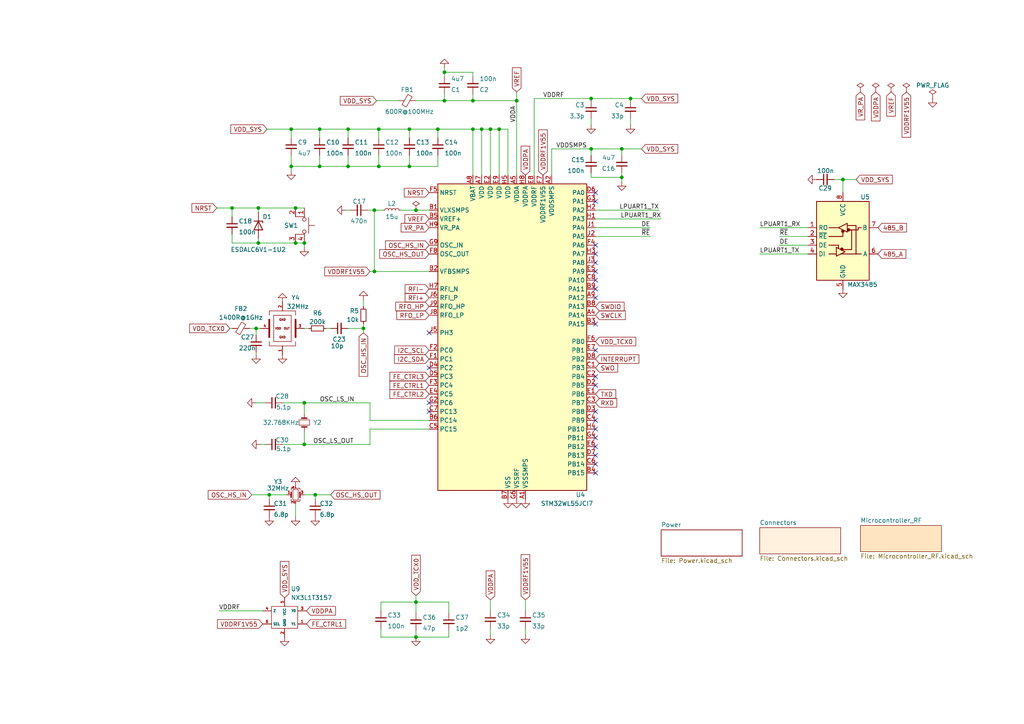
<source format=kicad_sch>
(kicad_sch (version 20230121) (generator eeschema)
  (paper "A4")
  (title_block (title "NPK SENSOR BOARD") (date "2023-07-30") (rev "V1a") (company "SENSEA LABS"))
  (lib_symbols
    (symbol "Crystal_GND12_Small_1"
      (property "Reference" "Y?" (at 2.54 6.35 0))
      (property "Value" "32MHz" (at -5.08 6.35 0))
      (symbol "Crystal_GND12_Small_1_0_1"
        (rectangle (start -2.54 3.81) (end 2.54 -3.81))
        (polyline (pts (xy -3.81 -3.81) (xy -3.81 -5.08) (xy 3.81 -5.08) (xy 3.81 -3.81)))
        (polyline (pts (xy -3.81 3.81) (xy -3.81 5.08) (xy 3.81 5.08) (xy 3.81 3.81)))
      )
      (symbol "Crystal_GND12_Small_1_1_1"
        (polyline (pts (xy -3.81 2.54) (xy -3.81 -2.54)) (stroke (width 0.5)))
        (polyline (pts (xy 3.81 2.54) (xy 3.81 -2.54)) (stroke (width 0.5)))
        (text "GND" (at 0 -2.54 0) (effects (font (size 0.6 0.6))))
        (text "GND" (at 0 2.54 0) (effects (font (size 0.6 0.6))))
        (text "OUT" (at 1.27 0 0) (effects (font (size 0.6 0.6))))
        (text "VDD\n" (at -1.27 0 0) (effects (font (size 0.6 0.6))))
        (pin passive line (at 0 -7.62 90) (length 2.5) (name "EN") (number "1"))
        (pin passive line (at 0 7.62 270) (length 2.5) (name "GND") (number "2"))
        (pin passive line (at 6.35 0 180) (length 2.5) (name "OUT") (number "3"))
        (pin passive line (at -6.35 0 0) (length 2.5) (name "VDD") (number "4"))
      )
    )
    (symbol "Device:C_Small" (pin_numbers hide) (pin_names (offset 0.254) hide)
      (property "Reference" "C" (at 0.254 1.778 0))
      (property "Value" "C_Small" (at 0.254 -2.032 0))
      (symbol "C_Small_0_1"
        (polyline (pts (xy -1.524 -0.508) (xy 1.524 -0.508)) (stroke (width 0.3302)))
        (polyline (pts (xy -1.524 0.508) (xy 1.524 0.508)) (stroke (width 0.3048)))
      )
      (symbol "C_Small_1_1"
        (pin passive line (at 0 2.54 270) (length 2.032) (name "~") (number "1"))
        (pin passive line (at 0 -2.54 90) (length 2.032) (name "~") (number "2"))
      )
    )
    (symbol "Device:Crystal_GND24_Small" (pin_names (offset 1.016) hide)
      (property "Reference" "Y" (at 1.27 4.445 0))
      (property "Value" "Crystal_GND24_Small" (at 1.27 2.54 0))
      (symbol "Crystal_GND24_Small_0_1"
        (rectangle (start -0.762 -1.524) (end 0.762 1.524))
        (polyline (pts (xy -1.27 -0.762) (xy -1.27 0.762)) (stroke (width 0.381)))
        (polyline (pts (xy 1.27 -0.762) (xy 1.27 0.762)) (stroke (width 0.381)))
        (polyline (pts (xy -1.27 -1.27) (xy -1.27 -1.905) (xy 1.27 -1.905) (xy 1.27 -1.27)))
        (polyline (pts (xy -1.27 1.27) (xy -1.27 1.905) (xy 1.27 1.905) (xy 1.27 1.27)))
      )
      (symbol "Crystal_GND24_Small_1_1"
        (pin passive line (at -2.54 0 0) (length 1.27) (name "1") (number "1"))
        (pin passive line (at 0 -2.54 90) (length 0.635) (name "2") (number "2"))
        (pin passive line (at 2.54 0 180) (length 1.27) (name "3") (number "3"))
        (pin passive line (at 0 2.54 270) (length 0.635) (name "4") (number "4"))
      )
    )
    (symbol "Device:Crystal_Small" (pin_numbers hide) (pin_names (offset 1.016) hide)
      (property "Reference" "Y" (at 0 2.54 0))
      (property "Value" "Crystal_Small" (at 0 -2.54 0))
      (symbol "Crystal_Small_0_1"
        (rectangle (start -0.762 -1.524) (end 0.762 1.524))
        (polyline (pts (xy -1.27 -0.762) (xy -1.27 0.762)) (stroke (width 0.381)))
        (polyline (pts (xy 1.27 -0.762) (xy 1.27 0.762)) (stroke (width 0.381)))
      )
      (symbol "Crystal_Small_1_1"
        (pin passive line (at -2.54 0 0) (length 1.27) (name "1") (number "1"))
        (pin passive line (at 2.54 0 180) (length 1.27) (name "2") (number "2"))
      )
    )
    (symbol "Device:FerriteBead_Small" (pin_numbers hide) (pin_names (offset 0))
      (property "Reference" "FB" (at 1.905 1.27 0))
      (property "Value" "FerriteBead_Small" (at 1.905 -1.27 0))
      (symbol "FerriteBead_Small_0_1"
        (polyline (pts (xy 0 -1.27) (xy 0 -0.7874)))
        (polyline (pts (xy 0 0.889) (xy 0 1.2954)))
        (polyline (pts (xy -1.8288 0.2794) (xy -1.1176 1.4986) (xy 1.8288 -0.2032) (xy 1.1176 -1.4224) (xy -1.8288 0.2794)))
      )
      (symbol "FerriteBead_Small_1_1"
        (pin passive line (at 0 2.54 270) (length 1.27) (name "~") (number "1"))
        (pin passive line (at 0 -2.54 90) (length 1.27) (name "~") (number "2"))
      )
    )
    (symbol "Device:L_Small" (pin_numbers hide) (pin_names (offset 0.254) hide)
      (property "Reference" "L" (at 0.762 1.016 0))
      (property "Value" "L_Small" (at 0.762 -1.016 0))
      (symbol "L_Small_0_1"
        (arc (start 0 -2.032) (mid 0.5058 -1.524) (end 0 -1.016))
        (arc (start 0 -1.016) (mid 0.5058 -0.508) (end 0 0))
        (arc (start 0 0) (mid 0.5058 0.508) (end 0 1.016))
        (arc (start 0 1.016) (mid 0.5058 1.524) (end 0 2.032))
      )
      (symbol "L_Small_1_1"
        (pin passive line (at 0 2.54 270) (length 0.508) (name "~") (number "1"))
        (pin passive line (at 0 -2.54 90) (length 0.508) (name "~") (number "2"))
      )
    )
    (symbol "Device:R_Small" (pin_numbers hide) (pin_names (offset 0.254) hide)
      (property "Reference" "R" (at 0.762 0.508 0))
      (property "Value" "R_Small" (at 0.762 -1.016 0))
      (symbol "R_Small_0_1"
        (rectangle (start -0.762 1.778) (end 0.762 -1.778) (stroke (width 0.2032)))
      )
      (symbol "R_Small_1_1"
        (pin passive line (at 0 2.54 270) (length 0.762) (name "~") (number "1"))
        (pin passive line (at 0 -2.54 90) (length 0.762) (name "~") (number "2"))
      )
    )
    (symbol "Diode:ESD5Zxx" (pin_numbers hide) (pin_names hide)
      (property "Reference" "D" (at 0 2.54 0))
      (property "Value" "ESD5Zxx" (at 0 -2.54 0))
      (symbol "ESD5Zxx_0_1"
        (polyline (pts (xy 1.27 0) (xy -1.27 0)))
        (polyline (pts (xy -1.27 -1.27) (xy -1.27 1.27) (xy -0.762 1.27)) (stroke (width 0.254)))
        (polyline (pts (xy 1.27 -1.27) (xy 1.27 1.27) (xy -1.27 0) (xy 1.27 -1.27)) (stroke (width 0.254)))
      )
      (symbol "ESD5Zxx_1_1"
        (pin passive line (at -3.81 0 0) (length 2.54) (name "K") (number "1"))
        (pin passive line (at 3.81 0 180) (length 2.54) (name "A") (number "2"))
      )
    )
    (symbol "Interface_UART:MAX3485"
      (property "Reference" "U" (at -6.096 11.43 0))
      (property "Value" "MAX3485" (at 0.762 11.43 0))
      (symbol "MAX3485_0_1"
        (rectangle (start -7.62 10.16) (end 7.62 -12.7) (stroke (width 0.254)) (fill (type background)))
        (circle (center -0.3048 -3.683) (radius 0.3556) (stroke (width 0.254)) (fill (type outline)))
        (circle (center -0.0254 1.4986) (radius 0.3556) (stroke (width 0.254)) (fill (type outline)))
        (polyline (pts (xy -4.064 -5.08) (xy -1.905 -5.08)) (stroke (width 0.254)))
        (polyline (pts (xy -4.064 2.54) (xy -1.27 2.54)) (stroke (width 0.254)))
        (polyline (pts (xy -1.27 -3.2004) (xy -1.27 -3.4544)) (stroke (width 0.254)))
        (polyline (pts (xy -0.635 -5.08) (xy 5.334 -5.08)) (stroke (width 0.254)))
        (polyline (pts (xy -4.064 -2.54) (xy -1.27 -2.54) (xy -1.27 -3.175)) (stroke (width 0.254)))
        (polyline (pts (xy 0 1.27) (xy 0 0) (xy -4.064 0)) (stroke (width 0.254)))
        (polyline (pts (xy 1.27 3.175) (xy 3.81 3.175) (xy 3.81 -5.08)) (stroke (width 0.254)))
        (polyline (pts (xy 2.54 1.905) (xy 2.54 -3.81) (xy 0 -3.81)) (stroke (width 0.254)))
        (polyline (pts (xy -1.905 -3.175) (xy -1.905 -5.715) (xy 0.635 -4.445) (xy -1.905 -3.175)) (stroke (width 0.254)))
        (polyline (pts (xy -1.27 2.54) (xy 1.27 3.81) (xy 1.27 1.27) (xy -1.27 2.54)) (stroke (width 0.254)))
        (polyline (pts (xy 1.905 1.905) (xy 4.445 1.905) (xy 4.445 2.54) (xy 5.334 2.54)) (stroke (width 0.254)))
        (rectangle (start 1.27 3.175) (end 1.27 3.175))
        (circle (center 1.651 1.905) (radius 0.3556) (stroke (width 0.254)) (fill (type outline)))
      )
      (symbol "MAX3485_1_1"
        (pin output line (at -10.16 2.54 0) (length 2.54) (name "RO") (number "1"))
        (pin input line (at -10.16 0 0) (length 2.54) (name "~{RE}") (number "2"))
        (pin input line (at -10.16 -2.54 0) (length 2.54) (name "DE") (number "3"))
        (pin input line (at -10.16 -5.08 0) (length 2.54) (name "DI") (number "4"))
        (pin power_in line (at 0 -15.24 90) (length 2.54) (name "GND") (number "5"))
        (pin bidirectional line (at 10.16 -5.08 180) (length 2.54) (name "A") (number "6"))
        (pin bidirectional line (at 10.16 2.54 180) (length 2.54) (name "B") (number "7"))
        (pin power_in line (at 0 12.7 270) (length 2.54) (name "VCC") (number "8"))
      )
    )
    (symbol "MCU_ST_STM32WL:STM32WL55JCIx"
      (property "Reference" "U" (at -20.32 46.99 0))
      (property "Value" "STM32WL55JCIx" (at 15.24 46.99 0))
      (symbol "STM32WL55JCIx_0_1"
        (rectangle (start -20.32 -43.18) (end 22.86 45.72) (stroke (width 0.254)) (fill (type background)))
      )
      (symbol "STM32WL55JCIx_1_1"
        (pin power_in line (at 5.08 -45.72 90) (length 2.54) (name "VSSSMPS") (number "A1"))
        (pin power_in line (at 12.7 48.26 270) (length 2.54) (name "VDDSMPS") (number "A2"))
        (pin bidirectional line (at 25.4 7.62 180) (length 2.54) (name "PA14") (number "A4"))
        (pin power_in line (at 2.54 48.26 270) (length 2.54) (name "VDDA") (number "A5"))
        (pin power_in line (at -7.62 48.26 270) (length 2.54) (name "VDD") (number "A7"))
        (pin power_in line (at -10.16 48.26 270) (length 2.54) (name "VBAT") (number "A8"))
        (pin bidirectional line (at 25.4 12.7 180) (length 2.54) (name "PA12") (number "A9"))
        (pin power_in line (at -22.86 38.1 0) (length 2.54) (name "VLXSMPS") (number "B1"))
        (pin input line (at -22.86 20.32 0) (length 2.54) (name "VFBSMPS") (number "B2"))
        (pin bidirectional line (at 25.4 5.08 180) (length 2.54) (name "PA15") (number "B3"))
        (pin bidirectional line (at 25.4 -38.1 180) (length 2.54) (name "PB15") (number "B4"))
        (pin input line (at -22.86 35.56 0) (length 2.54) (name "VREF+") (number "B5"))
        (pin bidirectional line (at -22.86 -22.86 0) (length 2.54) (name "PC14") (number "B6"))
        (pin power_in line (at 0 -45.72 90) (length 2.54) (name "VSS") (number "B7"))
        (pin bidirectional line (at 25.4 10.16 180) (length 2.54) (name "PA13") (number "B8"))
        (pin bidirectional line (at 25.4 15.24 180) (length 2.54) (name "PA11") (number "B9"))
        (pin bidirectional line (at 25.4 -7.62 180) (length 2.54) (name "PB3") (number "C1"))
        (pin bidirectional line (at 25.4 -10.16 180) (length 2.54) (name "PB4") (number "C2"))
        (pin bidirectional line (at 25.4 -17.78 180) (length 2.54) (name "PB7") (number "C3"))
        (pin bidirectional line (at 25.4 -22.86 180) (length 2.54) (name "PB9") (number "C4"))
        (pin bidirectional line (at -22.86 -25.4 0) (length 2.54) (name "PC15") (number "C5"))
        (pin bidirectional line (at 25.4 -35.56 180) (length 2.54) (name "PB14") (number "C6"))
        (pin bidirectional line (at -22.86 -20.32 0) (length 2.54) (name "PC13") (number "C7"))
        (pin bidirectional line (at 25.4 17.78 180) (length 2.54) (name "PA10") (number "C8"))
        (pin bidirectional line (at 25.4 -12.7 180) (length 2.54) (name "PB5") (number "D2"))
        (pin bidirectional line (at 25.4 -20.32 180) (length 2.54) (name "PB8") (number "D3"))
        (pin bidirectional line (at -22.86 -7.62 0) (length 2.54) (name "PC2") (number "D4"))
        (pin bidirectional line (at -22.86 -10.16 0) (length 2.54) (name "PC3") (number "D5"))
        (pin bidirectional line (at 25.4 43.18 180) (length 2.54) (name "PA0") (number "D6"))
        (pin bidirectional line (at 25.4 -33.02 180) (length 2.54) (name "PB13") (number "D7"))
        (pin bidirectional line (at 25.4 -5.08 180) (length 2.54) (name "PB2") (number "D8"))
        (pin passive line (at 0 -45.72 90) (length 2.54) hide (name "VSS") (number "D9"))
        (pin bidirectional line (at 25.4 -15.24 180) (length 2.54) (name "PB6") (number "E1"))
        (pin power_in line (at -5.08 48.26 270) (length 2.54) (name "VDD") (number "E2"))
        (pin passive line (at 0 -45.72 90) (length 2.54) hide (name "VSS") (number "E3"))
        (pin bidirectional line (at -22.86 -15.24 0) (length 2.54) (name "PC5") (number "E4"))
        (pin bidirectional line (at 25.4 20.32 180) (length 2.54) (name "PA9") (number "E5"))
        (pin bidirectional line (at 25.4 -30.48 180) (length 2.54) (name "PB12") (number "E6"))
        (pin bidirectional line (at 25.4 -2.54 180) (length 2.54) (name "PB1") (number "E7"))
        (pin power_in line (at 7.62 48.26 270) (length 2.54) (name "VDDRF") (number "E8"))
        (pin power_in line (at -2.54 48.26 270) (length 2.54) (name "VDD") (number "E9"))
        (pin bidirectional line (at -22.86 -5.08 0) (length 2.54) (name "PC1") (number "F1"))
        (pin bidirectional line (at -22.86 -2.54 0) (length 2.54) (name "PC0") (number "F2"))
        (pin bidirectional line (at -22.86 -12.7 0) (length 2.54) (name "PC4") (number "F3"))
        (pin bidirectional line (at 25.4 27.94 180) (length 2.54) (name "PA6") (number "F4"))
        (pin input line (at -22.86 43.18 0) (length 2.54) (name "NRST") (number "F5"))
        (pin bidirectional line (at 25.4 0 180) (length 2.54) (name "PB0") (number "F6"))
        (pin power_in line (at 10.16 48.26 270) (length 2.54) (name "VDDRF1V55") (number "F7"))
        (pin input line (at -22.86 25.4 0) (length 2.54) (name "OSC_OUT") (number "F8"))
        (pin bidirectional line (at -22.86 -17.78 0) (length 2.54) (name "PC6") (number "G2"))
        (pin bidirectional line (at 25.4 40.64 180) (length 2.54) (name "PA1") (number "G3"))
        (pin bidirectional line (at 25.4 -27.94 180) (length 2.54) (name "PB11") (number "G4"))
        (pin passive line (at 0 -45.72 90) (length 2.54) hide (name "VSS") (number "G5"))
        (pin power_in line (at 2.54 -45.72 90) (length 2.54) (name "VSSRF") (number "G6"))
        (pin passive line (at 2.54 -45.72 90) (length 2.54) hide (name "VSSRF") (number "G7"))
        (pin passive line (at 2.54 -45.72 90) (length 2.54) hide (name "VSSRF") (number "G8"))
        (pin input line (at -22.86 27.94 0) (length 2.54) (name "OSC_IN") (number "G9"))
        (pin bidirectional line (at 25.4 35.56 180) (length 2.54) (name "PA3") (number "H1"))
        (pin bidirectional line (at 25.4 38.1 180) (length 2.54) (name "PA2") (number "H2"))
        (pin bidirectional line (at 25.4 25.4 180) (length 2.54) (name "PA7") (number "H3"))
        (pin bidirectional line (at 25.4 -25.4 180) (length 2.54) (name "PB10") (number "H4"))
        (pin power_in line (at 0 48.26 270) (length 2.54) (name "VDD") (number "H5"))
        (pin passive line (at 2.54 -45.72 90) (length 2.54) hide (name "VSSRF") (number "H6"))
        (pin bidirectional line (at -22.86 15.24 0) (length 2.54) (name "RFI_N") (number "H7"))
        (pin power_in line (at 5.08 48.26 270) (length 2.54) (name "VDDPA") (number "H8"))
        (pin power_in line (at -22.86 33.02 0) (length 2.54) (name "VR_PA") (number "H9"))
        (pin bidirectional line (at 25.4 33.02 180) (length 2.54) (name "PA4") (number "J1"))
        (pin bidirectional line (at 25.4 30.48 180) (length 2.54) (name "PA5") (number "J2"))
        (pin bidirectional line (at 25.4 22.86 180) (length 2.54) (name "PA8") (number "J3"))
        (pin bidirectional line (at -22.86 2.54 0) (length 2.54) (name "PH3") (number "J5"))
        (pin bidirectional line (at -22.86 12.7 0) (length 2.54) (name "RFI_P") (number "J6"))
        (pin bidirectional line (at -22.86 7.62 0) (length 2.54) (name "RFO_LP") (number "J8"))
        (pin bidirectional line (at -22.86 10.16 0) (length 2.54) (name "RFO_HP") (number "J9"))
      )
    )
    (symbol "NX3L1T3157GM_1"
      (property "Reference" "U" (at 2.54 3.81 0))
      (property "Value" "NX3L1T3157" (at 6.35 -5.08 0))
      (symbol "NX3L1T3157GM_1_0_1"
        (rectangle (start -3.81 2.54) (end 3.81 -3.81))
      )
      (symbol "NX3L1T3157GM_1_1_1"
        (pin passive line (at 6.35 -2.54 180) (length 2.5) (name "Y1") (number "1"))
        (pin passive line (at 0 -6.35 90) (length 2.5) (name "GND") (number "2"))
        (pin passive line (at 6.35 1.27 180) (length 2.5) (name "Y0") (number "3"))
        (pin passive line (at -6.35 1.27 0) (length 2.5) (name "Z") (number "4"))
        (pin passive line (at 0 5.08 270) (length 2.5) (name "VCC") (number "5"))
        (pin passive line (at -6.35 -2.54 0) (length 2.5) (name "SEL") (number "6"))
      )
    )
    (symbol "Switch:SW_MEC_5E" (pin_names (offset 1.016) hide)
      (property "Reference" "SW" (at 0.635 5.715 0))
      (property "Value" "SW_MEC_5E" (at 0 -3.175 0))
      (symbol "SW_MEC_5E_0_1"
        (circle (center -1.778 2.54) (radius 0.508))
        (polyline (pts (xy -2.286 3.81) (xy 2.286 3.81)))
        (polyline (pts (xy 0 3.81) (xy 0 5.588)))
        (polyline (pts (xy -2.54 0) (xy -2.54 2.54) (xy -2.286 2.54)))
        (polyline (pts (xy 2.54 0) (xy 2.54 2.54) (xy 2.286 2.54)))
        (circle (center 1.778 2.54) (radius 0.508))
        (pin passive line (at -5.08 2.54 0) (length 2.54) (name "1") (number "1"))
        (pin passive line (at -5.08 0 0) (length 2.54) (name "2") (number "2"))
        (pin passive line (at 5.08 0 180) (length 2.54) (name "K") (number "3"))
        (pin passive line (at 5.08 2.54 180) (length 2.54) (name "A") (number "4"))
      )
    )
    (symbol "power:GND" (power) (pin_names (offset 0))
      (property "Value" "GND" (at 0 -3.81 0))
      (symbol "GND_0_1"
        (polyline (pts (xy 0 0) (xy 0 -1.27) (xy 1.27 -1.27) (xy 0 -2.54) (xy -1.27 -1.27) (xy 0 -1.27)))
      )
      (symbol "GND_1_1"
        (pin power_in line (at 0 0 270) (length 0) hide (name "GND") (number "1"))
      )
    )
    (symbol "power:PWR_FLAG" (power) (pin_numbers hide) (pin_names (offset 0) hide)
      (property "Value" "PWR_FLAG" (at 0 3.81 0))
      (symbol "PWR_FLAG_0_0"
        (pin power_out line (at 0 0 90) (length 0) (name "pwr") (number "1"))
      )
      (symbol "PWR_FLAG_0_1"
        (polyline (pts (xy 0 0) (xy 0 1.27) (xy -1.016 1.905) (xy 0 2.54) (xy 1.016 1.905) (xy 0 1.27)))
      )
    )
  )
  (junction (at 91.44 143.51))
  (junction (at 118.745 37.465))
  (junction (at 144.78 37.465))
  (junction (at 142.24 37.465))
  (junction (at 109.855 48.26))
  (junction (at 109.855 37.465))
  (junction (at 244.475 52.07))
  (junction (at 180.34 43.18))
  (junction (at 139.7 37.465))
  (junction (at 85.725 70.485))
  (junction (at 128.905 20.955))
  (junction (at 88.265 128.905))
  (junction (at 84.455 37.465))
  (junction (at 74.93 60.325))
  (junction (at 127 37.465))
  (junction (at 67.31 60.325))
  (junction (at 120.65 184.785))
  (junction (at 108.585 60.96))
  (junction (at 137.16 37.465))
  (junction (at 128.905 29.21))
  (junction (at 171.45 28.575))
  (junction (at 84.455 48.26))
  (junction (at 88.265 116.84))
  (junction (at 137.16 29.21))
  (junction (at 180.34 51.435))
  (junction (at 74.93 70.485))
  (junction (at 74.295 95.25))
  (junction (at 100.965 48.26))
  (junction (at 149.86 29.21))
  (junction (at 120.65 60.96))
  (junction (at 105.41 95.25))
  (junction (at 92.71 48.26))
  (junction (at 88.265 70.485))
  (junction (at 120.65 174.625))
  (junction (at 171.45 43.18))
  (junction (at 100.965 37.465))
  (junction (at 182.88 28.575))
  (junction (at 85.725 60.325))
  (junction (at 118.745 48.26))
  (junction (at 78.105 143.51))
  (junction (at 92.71 37.465))
  (junction (at 108.585 78.74))
  (no_connect (at 172.72 71.12))
  (no_connect (at 172.72 78.74))
  (no_connect (at 124.46 119.38))
  (no_connect (at 172.72 119.38))
  (no_connect (at 172.72 76.2))
  (no_connect (at 172.72 58.42))
  (no_connect (at 172.72 86.36))
  (no_connect (at 172.72 121.92))
  (no_connect (at 172.72 83.82))
  (no_connect (at 172.72 81.28))
  (no_connect (at 172.72 137.16))
  (no_connect (at 124.46 106.68))
  (no_connect (at 172.72 134.62))
  (no_connect (at 172.72 93.98))
  (no_connect (at 124.46 116.84))
  (no_connect (at 172.72 129.54))
  (no_connect (at 124.46 96.52))
  (no_connect (at 172.72 109.22))
  (no_connect (at 172.72 127))
  (no_connect (at 172.72 124.46))
  (no_connect (at 172.72 55.88))
  (no_connect (at 172.72 73.66))
  (no_connect (at 172.72 101.6))
  (no_connect (at 172.72 132.08))
  (no_connect (at 172.72 111.76))
  (wire (pts (xy 120.65 174.625) (xy 120.65 177.8)))
  (wire (pts (xy 91.44 143.51) (xy 95.885 143.51)))
  (wire (pts (xy 74.93 60.325) (xy 74.93 61.595)))
  (wire (pts (xy 88.265 116.84) (xy 107.315 116.84)))
  (wire (pts (xy 105.41 96.52) (xy 105.41 95.25)))
  (wire (pts (xy 67.31 60.325) (xy 67.31 62.865)))
  (wire (pts (xy 127 37.465) (xy 127 40.005)))
  (wire (pts (xy 128.905 22.225) (xy 128.905 20.955)))
  (wire (pts (xy 106.68 60.96) (xy 108.585 60.96)))
  (wire (pts (xy 220.345 73.66) (xy 234.315 73.66)))
  (wire (pts (xy 137.16 29.21) (xy 128.905 29.21)))
  (wire (pts (xy 142.24 37.465) (xy 139.7 37.465)))
  (wire (pts (xy 74.295 102.87) (xy 74.295 102.235)))
  (wire (pts (xy 85.725 70.485) (xy 74.93 70.485)))
  (wire (pts (xy 85.725 149.86) (xy 85.725 146.05)))
  (wire (pts (xy 100.965 37.465) (xy 100.965 40.005)))
  (wire (pts (xy 180.34 50.165) (xy 180.34 51.435)))
  (wire (pts (xy 120.65 60.96) (xy 124.46 60.96)))
  (wire (pts (xy 67.31 67.945) (xy 67.31 70.485)))
  (wire (pts (xy 74.295 116.84) (xy 76.835 116.84)))
  (wire (pts (xy 130.175 182.88) (xy 130.175 184.785)))
  (wire (pts (xy 180.34 51.435) (xy 180.34 52.705)))
  (wire (pts (xy 120.65 182.88) (xy 120.65 184.785)))
  (wire (pts (xy 110.49 174.625) (xy 120.65 174.625)))
  (wire (pts (xy 107.315 121.92) (xy 124.46 121.92)))
  (wire (pts (xy 91.44 143.51) (xy 91.44 144.78)))
  (wire (pts (xy 128.905 27.305) (xy 128.905 29.21)))
  (wire (pts (xy 130.175 184.785) (xy 120.65 184.785)))
  (wire (pts (xy 74.295 95.25) (xy 75.565 95.25)))
  (wire (pts (xy 226.06 71.12) (xy 234.315 71.12)))
  (wire (pts (xy 109.855 37.465) (xy 109.855 40.005)))
  (wire (pts (xy 100.965 48.26) (xy 109.855 48.26)))
  (wire (pts (xy 142.24 182.245) (xy 142.24 184.15)))
  (wire (pts (xy 118.745 45.085) (xy 118.745 48.26)))
  (wire (pts (xy 81.915 128.905) (xy 88.265 128.905)))
  (wire (pts (xy 137.16 29.21) (xy 149.86 29.21)))
  (wire (pts (xy 94.615 95.25) (xy 95.885 95.25)))
  (wire (pts (xy 74.93 70.485) (xy 74.93 69.215)))
  (wire (pts (xy 142.24 173.99) (xy 142.24 177.165)))
  (wire (pts (xy 81.915 116.84) (xy 88.265 116.84)))
  (wire (pts (xy 109.22 29.21) (xy 115.57 29.21)))
  (wire (pts (xy 142.24 37.465) (xy 142.24 50.8)))
  (wire (pts (xy 172.72 60.96) (xy 191.135 60.96)))
  (wire (pts (xy 111.125 60.96) (xy 108.585 60.96)))
  (wire (pts (xy 100.965 37.465) (xy 109.855 37.465)))
  (wire (pts (xy 63.5 177.165) (xy 76.2 177.165)))
  (wire (pts (xy 137.16 37.465) (xy 127 37.465)))
  (wire (pts (xy 108.585 60.96) (xy 108.585 78.74)))
  (wire (pts (xy 172.72 66.04) (xy 188.595 66.04)))
  (wire (pts (xy 66.675 95.25) (xy 67.31 95.25)))
  (wire (pts (xy 88.265 70.485) (xy 88.265 71.755)))
  (wire (pts (xy 92.71 48.26) (xy 100.965 48.26)))
  (wire (pts (xy 88.265 116.84) (xy 88.265 120.015)))
  (wire (pts (xy 147.32 50.8) (xy 147.32 37.465)))
  (wire (pts (xy 118.745 37.465) (xy 118.745 40.005)))
  (wire (pts (xy 110.49 184.785) (xy 110.49 182.245)))
  (wire (pts (xy 62.865 60.325) (xy 67.31 60.325)))
  (wire (pts (xy 84.455 37.465) (xy 84.455 40.005)))
  (wire (pts (xy 109.855 37.465) (xy 118.745 37.465)))
  (wire (pts (xy 107.315 78.74) (xy 108.585 78.74)))
  (wire (pts (xy 74.93 60.325) (xy 85.725 60.325)))
  (wire (pts (xy 171.45 50.165) (xy 171.45 51.435)))
  (wire (pts (xy 127 48.26) (xy 127 45.085)))
  (wire (pts (xy 74.295 95.25) (xy 74.295 97.155)))
  (wire (pts (xy 88.265 125.095) (xy 88.265 128.905)))
  (wire (pts (xy 128.905 20.955) (xy 128.905 19.685)))
  (wire (pts (xy 137.16 37.465) (xy 137.16 50.8)))
  (wire (pts (xy 84.455 45.085) (xy 84.455 48.26)))
  (wire (pts (xy 186.055 28.575) (xy 182.88 28.575)))
  (wire (pts (xy 76.835 128.905) (xy 75.565 128.905)))
  (wire (pts (xy 107.315 124.46) (xy 124.46 124.46)))
  (wire (pts (xy 248.285 52.07) (xy 244.475 52.07)))
  (wire (pts (xy 110.49 177.165) (xy 110.49 174.625)))
  (wire (pts (xy 144.78 37.465) (xy 144.78 50.8)))
  (wire (pts (xy 241.935 52.07) (xy 244.475 52.07)))
  (wire (pts (xy 130.175 174.625) (xy 130.175 177.8)))
  (wire (pts (xy 108.585 78.74) (xy 124.46 78.74)))
  (wire (pts (xy 139.7 37.465) (xy 139.7 50.8)))
  (wire (pts (xy 244.475 52.07) (xy 244.475 55.88)))
  (wire (pts (xy 73.025 143.51) (xy 78.105 143.51)))
  (wire (pts (xy 101.6 60.96) (xy 100.33 60.96)))
  (wire (pts (xy 72.39 95.25) (xy 74.295 95.25)))
  (wire (pts (xy 92.71 37.465) (xy 92.71 40.005)))
  (wire (pts (xy 100.965 45.085) (xy 100.965 48.26)))
  (wire (pts (xy 160.02 50.8) (xy 160.02 43.18)))
  (wire (pts (xy 84.455 48.26) (xy 92.71 48.26)))
  (wire (pts (xy 84.455 37.465) (xy 92.71 37.465)))
  (wire (pts (xy 107.315 128.905) (xy 107.315 124.46)))
  (wire (pts (xy 172.72 68.58) (xy 188.595 68.58)))
  (wire (pts (xy 109.855 48.26) (xy 118.745 48.26)))
  (wire (pts (xy 88.265 143.51) (xy 91.44 143.51)))
  (wire (pts (xy 182.88 28.575) (xy 171.45 28.575)))
  (wire (pts (xy 172.72 63.5) (xy 191.77 63.5)))
  (wire (pts (xy 105.41 86.995) (xy 105.41 88.9)))
  (wire (pts (xy 160.02 43.18) (xy 171.45 43.18)))
  (wire (pts (xy 171.45 43.18) (xy 180.34 43.18)))
  (wire (pts (xy 154.94 28.575) (xy 154.94 50.8)))
  (wire (pts (xy 88.265 95.25) (xy 89.535 95.25)))
  (wire (pts (xy 137.16 22.225) (xy 137.16 20.955)))
  (wire (pts (xy 226.06 68.58) (xy 234.315 68.58)))
  (wire (pts (xy 118.745 37.465) (xy 127 37.465)))
  (wire (pts (xy 88.265 128.905) (xy 107.315 128.905)))
  (wire (pts (xy 120.65 174.625) (xy 130.175 174.625)))
  (wire (pts (xy 120.65 29.21) (xy 128.905 29.21)))
  (wire (pts (xy 180.34 43.18) (xy 180.34 45.085)))
  (wire (pts (xy 120.65 172.72) (xy 120.65 174.625)))
  (wire (pts (xy 78.105 143.51) (xy 78.105 144.78)))
  (wire (pts (xy 67.31 60.325) (xy 74.93 60.325)))
  (wire (pts (xy 152.4 173.99) (xy 152.4 177.165)))
  (wire (pts (xy 85.725 60.325) (xy 88.265 60.325)))
  (wire (pts (xy 85.725 70.485) (xy 88.265 70.485)))
  (wire (pts (xy 84.455 49.53) (xy 84.455 48.26)))
  (wire (pts (xy 149.86 26.67) (xy 149.86 29.21)))
  (wire (pts (xy 137.16 27.305) (xy 137.16 29.21)))
  (wire (pts (xy 171.45 28.575) (xy 171.45 29.21)))
  (wire (pts (xy 171.45 51.435) (xy 180.34 51.435)))
  (wire (pts (xy 180.34 43.18) (xy 186.055 43.18)))
  (wire (pts (xy 107.315 116.84) (xy 107.315 121.92)))
  (wire (pts (xy 149.86 29.21) (xy 149.86 50.8)))
  (wire (pts (xy 154.94 28.575) (xy 171.45 28.575)))
  (wire (pts (xy 220.345 66.04) (xy 234.315 66.04)))
  (wire (pts (xy 109.855 45.085) (xy 109.855 48.26)))
  (wire (pts (xy 144.78 37.465) (xy 142.24 37.465)))
  (wire (pts (xy 152.4 182.245) (xy 152.4 184.15)))
  (wire (pts (xy 100.965 95.25) (xy 105.41 95.25)))
  (wire (pts (xy 147.32 37.465) (xy 144.78 37.465)))
  (wire (pts (xy 77.47 37.465) (xy 84.455 37.465)))
  (wire (pts (xy 139.7 37.465) (xy 137.16 37.465)))
  (wire (pts (xy 67.31 70.485) (xy 74.93 70.485)))
  (wire (pts (xy 118.745 48.26) (xy 127 48.26)))
  (wire (pts (xy 105.41 93.98) (xy 105.41 95.25)))
  (wire (pts (xy 137.16 20.955) (xy 128.905 20.955)))
  (wire (pts (xy 116.205 60.96) (xy 120.65 60.96)))
  (wire (pts (xy 171.45 43.18) (xy 171.45 45.085)))
  (wire (pts (xy 92.71 37.465) (xy 100.965 37.465)))
  (wire (pts (xy 120.65 184.785) (xy 110.49 184.785)))
  (wire (pts (xy 182.88 29.21) (xy 182.88 28.575)))
  (wire (pts (xy 92.71 45.085) (xy 92.71 48.26)))
  (wire (pts (xy 171.45 34.29) (xy 171.45 36.195)))
  (wire (pts (xy 182.88 34.29) (xy 182.88 36.195)))
  (wire (pts (xy 78.105 143.51) (xy 83.185 143.51)))
  (label "VDDA" (at 149.86 35.56 90))
  (label "LPUART1_TX" (at 220.345 73.66 0))
  (label "OSC_LS_IN" (at 92.71 116.84 0))
  (label "OSC_LS_OUT" (at 90.805 128.905 0))
  (label "DE" (at 226.06 71.12 0))
  (label "LPUART1_RX" (at 220.345 66.04 0))
  (label "LPUART1_TX" (at 191.135 60.96 180))
  (label "~{RE}" (at 188.595 68.58 180))
  (label "DE" (at 188.595 66.04 180))
  (label "VDDRF" (at 63.5 177.165 0))
  (label "VDDRF" (at 157.48 28.575 0))
  (label "LPUART1_RX" (at 191.77 63.5 180))
  (label "~{RE}" (at 226.06 68.58 0))
  (label "VDDSMPS" (at 161.29 43.18 0))
  (global_label "VDDRF1V55" (shape input) (at 107.315 78.74 180) (property "Intersheetrefs" "${INTERSHEET_REFS}" (effects hide)))
  (global_label "OSC_HS_IN" (shape input) (at 105.41 96.52 270) (property "Intersheetrefs" "${INTERSHEET_REFS}" (effects hide)))
  (global_label "SWO" (shape input) (at 172.72 106.68 0) (property "Intersheetrefs" "${INTERSHEET_REFS}" (effects hide)))
  (global_label "FE_CTRL3" (shape input) (at 124.46 109.22 180) (property "Intersheetrefs" "${INTERSHEET_REFS}" (effects hide)))
  (global_label "VDDPA" (shape input) (at 254 26.67 270) (property "Intersheetrefs" "${INTERSHEET_REFS}" (effects hide)))
  (global_label "FE_CTRL2" (shape input) (at 124.46 114.3 180) (property "Intersheetrefs" "${INTERSHEET_REFS}" (effects hide)))
  (global_label "RFI-" (shape input) (at 124.46 83.82 180) (property "Intersheetrefs" "${INTERSHEET_REFS}" (effects hide)))
  (global_label "VREF" (shape input) (at 258.445 26.67 270) (property "Intersheetrefs" "${INTERSHEET_REFS}" (effects hide)))
  (global_label "RXD" (shape input) (at 172.72 116.84 0) (property "Intersheetrefs" "${INTERSHEET_REFS}" (effects hide)))
  (global_label "485_A" (shape input) (at 254.635 73.66 0) (property "Intersheetrefs" "${INTERSHEET_REFS}" (effects hide)))
  (global_label "OSC_HS_IN" (shape input) (at 124.46 71.12 180) (property "Intersheetrefs" "${INTERSHEET_REFS}" (effects hide)))
  (global_label "SWDIO" (shape input) (at 172.72 88.9 0) (property "Intersheetrefs" "${INTERSHEET_REFS}" (effects hide)))
  (global_label "RFO_HP" (shape input) (at 124.46 88.9 180) (property "Intersheetrefs" "${INTERSHEET_REFS}" (effects hide)))
  (global_label "VREF" (shape input) (at 124.46 63.5 180) (property "Intersheetrefs" "${INTERSHEET_REFS}" (effects hide)))
  (global_label "OSC_HS_OUT" (shape input) (at 124.46 73.66 180) (property "Intersheetrefs" "${INTERSHEET_REFS}" (effects hide)))
  (global_label "NRST" (shape input) (at 124.46 55.88 180) (property "Intersheetrefs" "${INTERSHEET_REFS}" (effects hide)))
  (global_label "VDDPA" (shape input) (at 142.24 173.99 90) (property "Intersheetrefs" "${INTERSHEET_REFS}" (effects hide)))
  (global_label "NRST" (shape input) (at 62.865 60.325 180) (property "Intersheetrefs" "${INTERSHEET_REFS}" (effects hide)))
  (global_label "VR_PA" (shape input) (at 249.555 26.67 270) (property "Intersheetrefs" "${INTERSHEET_REFS}" (effects hide)))
  (global_label "485_B" (shape input) (at 254.635 66.04 0) (property "Intersheetrefs" "${INTERSHEET_REFS}" (effects hide)))
  (global_label "VDDRF1V55" (shape input) (at 76.2 180.975 180) (property "Intersheetrefs" "${INTERSHEET_REFS}" (effects hide)))
  (global_label "I2C_SCL" (shape input) (at 124.46 101.6 180) (property "Intersheetrefs" "${INTERSHEET_REFS}" (effects hide)))
  (global_label "TXD" (shape input) (at 172.72 114.3 0) (property "Intersheetrefs" "${INTERSHEET_REFS}" (effects hide)))
  (global_label "VDD_SYS" (shape input) (at 248.285 52.07 0) (property "Intersheetrefs" "${INTERSHEET_REFS}" (effects hide)))
  (global_label "VDDRF1V55" (shape input) (at 262.89 26.67 270) (property "Intersheetrefs" "${INTERSHEET_REFS}" (effects hide)))
  (global_label "VDD_SYS" (shape input) (at 186.055 28.575 0) (property "Intersheetrefs" "${INTERSHEET_REFS}" (effects hide)))
  (global_label "VR_PA" (shape input) (at 124.46 66.04 180) (property "Intersheetrefs" "${INTERSHEET_REFS}" (effects hide)))
  (global_label "VDD_TCX0" (shape input) (at 120.65 172.72 90) (property "Intersheetrefs" "${INTERSHEET_REFS}" (effects hide)))
  (global_label "OSC_HS_OUT" (shape input) (at 95.885 143.51 0) (property "Intersheetrefs" "${INTERSHEET_REFS}" (effects hide)))
  (global_label "INTERRUPT" (shape input) (at 172.72 104.14 0) (property "Intersheetrefs" "${INTERSHEET_REFS}" (effects hide)))
  (global_label "I2C_SDA" (shape input) (at 124.46 104.14 180) (property "Intersheetrefs" "${INTERSHEET_REFS}" (effects hide)))
  (global_label "RFI+" (shape input) (at 124.46 86.36 180) (property "Intersheetrefs" "${INTERSHEET_REFS}" (effects hide)))
  (global_label "VDD_SYS" (shape input) (at 82.55 173.355 90) (property "Intersheetrefs" "${INTERSHEET_REFS}" (effects hide)))
  (global_label "VREF" (shape input) (at 149.86 26.67 90) (property "Intersheetrefs" "${INTERSHEET_REFS}" (effects hide)))
  (global_label "VDD_TCX0" (shape input) (at 172.72 99.06 0) (property "Intersheetrefs" "${INTERSHEET_REFS}" (effects hide)))
  (global_label "VDD_SYS" (shape input) (at 186.055 43.18 0) (property "Intersheetrefs" "${INTERSHEET_REFS}" (effects hide)))
  (global_label "VDDPA" (shape input) (at 152.4 50.8 90) (property "Intersheetrefs" "${INTERSHEET_REFS}" (effects hide)))
  (global_label "VDDRF1V55" (shape input) (at 152.4 173.99 90) (property "Intersheetrefs" "${INTERSHEET_REFS}" (effects hide)))
  (global_label "SWCLK" (shape input) (at 172.72 91.44 0) (property "Intersheetrefs" "${INTERSHEET_REFS}" (effects hide)))
  (global_label "RFO_LP" (shape input) (at 124.46 91.44 180) (property "Intersheetrefs" "${INTERSHEET_REFS}" (effects hide)))
  (global_label "FE_CTRL1" (shape input) (at 124.46 111.76 180) (property "Intersheetrefs" "${INTERSHEET_REFS}" (effects hide)))
  (global_label "OSC_HS_IN" (shape input) (at 73.025 143.51 180) (property "Intersheetrefs" "${INTERSHEET_REFS}" (effects hide)))
  (global_label "VDD_SYS" (shape input) (at 77.47 37.465 180) (property "Intersheetrefs" "${INTERSHEET_REFS}" (effects hide)))
  (global_label "VDD_SYS" (shape input) (at 109.22 29.21 180) (property "Intersheetrefs" "${INTERSHEET_REFS}" (effects hide)))
  (global_label "VDDRF1V55" (shape input) (at 157.48 50.8 90) (property "Intersheetrefs" "${INTERSHEET_REFS}" (effects hide)))
  (global_label "FE_CTRL1" (shape input) (at 88.9 180.975 0) (property "Intersheetrefs" "${INTERSHEET_REFS}" (effects hide)))
  (global_label "VDD_TCX0" (shape input) (at 66.675 95.25 180) (property "Intersheetrefs" "${INTERSHEET_REFS}" (effects hide)))
  (global_label "VDDPA" (shape input) (at 88.9 177.165 0) (property "Intersheetrefs" "${INTERSHEET_REFS}" (effects hide)))
  (symbol (lib_id "power:GND") (at 171.45 36.195 0) (unit 1)
    (property "Reference" "#PWR03" (effects hide))
    (property "Value" "GND" (effects hide))
  )
  (symbol (lib_id "power:GND") (at 152.4 184.15 0) (mirror y) (unit 1)
    (property "Reference" "#PWR044" (effects hide))
    (property "Value" "GND" (effects hide))
  )
  (symbol (lib_id "Device:C_Small") (at 128.905 24.765 0) (mirror x) (unit 1)
    (property "Reference" "C1" (at 130.81 26.035 0) (effects (justify left)))
    (property "Value" "4u7" (at 130.81 22.86 0) (effects (justify left)))
    (property "Footprint" "Capacitor_SMD:C_0603_1608Metric" (effects hide))
  )
  (symbol (lib_id "power:GND") (at 105.41 86.995 0) (mirror x) (unit 1)
    (property "Reference" "#PWR018" (effects hide))
    (property "Value" "GND" (effects hide))
  )
  (symbol (lib_id "power:GND") (at 100.33 60.96 270) (unit 1)
    (property "Reference" "#PWR013" (effects hide))
    (property "Value" "GND" (effects hide))
  )
  (symbol (lib_id "Device:C_Small") (at 182.88 31.75 0) (mirror y) (unit 1)
    (property "Reference" "C4" (at 180.975 30.48 0) (effects (justify left)))
    (property "Value" "33p" (at 180.975 33.655 0) (effects (justify left)))
    (property "Footprint" "Capacitor_SMD:C_0402_1005Metric" (effects hide))
  )
  (symbol (lib_id "Device:Crystal_Small") (at 88.265 122.555 90) (unit 1)
    (property "Reference" "Y2" (at 90.805 122.555 90) (effects (justify right)))
    (property "Value" "32.768KHz" (at 76.2 122.555 90) (effects (justify right)))
    (property "Footprint" "Collins_Custom_Libs:Crystal_SMD_2012-2Pin_2.0x1.6mm_3D" (effects hide))
  )
  (symbol (lib_id "power:GND") (at 147.32 144.78 0) (unit 1)
    (property "Reference" "#PWR035" (effects hide))
    (property "Value" "GND" (effects hide))
  )
  (symbol (lib_id "power:GND") (at 91.44 149.86 0) (mirror y) (unit 1)
    (property "Reference" "#PWR040" (effects hide))
    (property "Value" "GND" (effects hide))
  )
  (symbol (lib_id "power:GND") (at 85.725 149.86 0) (unit 1)
    (property "Reference" "#PWR039" (effects hide))
    (property "Value" "GND" (effects hide))
  )
  (symbol (lib_id "power:PWR_FLAG") (at 120.65 60.96 0) (unit 1)
    (property "Reference" "#FLG02" (effects hide))
    (property "Value" "PWR_FLAG" (effects hide))
  )
  (symbol (lib_id "Device:C_Small") (at 137.16 24.765 0) (mirror x) (unit 1)
    (property "Reference" "C2" (at 139.065 26.035 0) (effects (justify left)))
    (property "Value" "100n" (at 139.065 22.86 0) (effects (justify left)))
    (property "Footprint" "Capacitor_SMD:C_0402_1005Metric" (effects hide))
  )
  (symbol (lib_id "Device:C_Small") (at 67.31 65.405 0) (unit 1)
    (property "Reference" "C18" (at 69.215 64.135 0) (effects (justify left)))
    (property "Value" "100n" (at 69.215 67.31 0) (effects (justify left)))
    (property "Footprint" "Capacitor_SMD:C_0402_1005Metric" (effects hide))
  )
  (symbol (lib_id "power:GND") (at 182.88 36.195 0) (unit 1)
    (property "Reference" "#PWR04" (effects hide))
    (property "Value" "GND" (effects hide))
  )
  (symbol (lib_id "Device:C_Small") (at 91.44 147.32 0) (unit 1)
    (property "Reference" "C32" (at 92.71 146.05 0) (effects (justify left)))
    (property "Value" "6.8p" (at 92.71 149.225 0) (effects (justify left)))
    (property "Footprint" "Capacitor_SMD:C_0402_1005Metric" (effects hide))
  )
  (symbol (lib_id "power:GND") (at 180.34 52.705 0) (unit 1)
    (property "Reference" "#PWR011" (effects hide))
    (property "Value" "GND" (effects hide))
  )
  (symbol (lib_id "power:GND") (at 244.475 83.82 0) (mirror y) (unit 1)
    (property "Reference" "#PWR032" (effects hide))
    (property "Value" "GND" (effects hide))
  )
  (symbol (lib_id "power:GND") (at 75.565 128.905 270) (unit 1)
    (property "Reference" "#PWR031" (effects hide))
    (property "Value" "GND" (effects hide))
  )
  (symbol (lib_id "Device:C_Small") (at 171.45 31.75 0) (mirror y) (unit 1)
    (property "Reference" "C3" (at 169.545 30.48 0) (effects (justify left)))
    (property "Value" "3.3p" (at 169.545 33.655 0) (effects (justify left)))
    (property "Footprint" "Capacitor_SMD:C_0402_1005Metric" (effects hide))
  )
  (symbol (lib_id "Device:C_Small") (at 100.965 42.545 0) (unit 1)
    (property "Reference" "C11" (at 102.87 41.275 0) (effects (justify left)))
    (property "Value" "100n" (at 102.87 44.45 0) (effects (justify left)))
    (property "Footprint" "Capacitor_SMD:C_0402_1005Metric" (effects hide))
  )
  (symbol (lib_id "power:PWR_FLAG") (at 258.445 26.67 0) (unit 1)
    (property "Reference" "#FLG07" (effects hide))
    (property "Value" "PWR_FLAG" (effects hide))
  )
  (symbol (lib_id "Device:C_Small") (at 104.14 60.96 270) (unit 1)
    (property "Reference" "C17" (at 102.235 58.42 90) (effects (justify left)))
    (property "Value" "470n" (at 101.6 64.135 90) (effects (justify left)))
    (property "Footprint" "Capacitor_SMD:C_0603_1608Metric" (effects hide))
  )
  (symbol (lib_id "power:PWR_FLAG") (at 254 26.67 0) (unit 1)
    (property "Reference" "#FLG06" (effects hide))
    (property "Value" "PWR_FLAG" (effects hide))
  )
  (symbol (lib_id "power:GND") (at 85.725 140.97 180) (unit 1)
    (property "Reference" "#PWR034" (effects hide))
    (property "Value" "GND" (effects hide))
  )
  (symbol (lib_id "power:GND") (at 120.65 184.785 0) (unit 1)
    (property "Reference" "#PWR046" (effects hide))
    (property "Value" "GND" (effects hide))
  )
  (symbol (lib_id "Device:Crystal_GND24_Small") (at 85.725 143.51 0) (unit 1)
    (property "Reference" "Y3" (at 80.645 139.7 0))
    (property "Value" "32MHz" (at 80.645 141.605 0))
    (property "Footprint" "Collins_Custom_Libs:Crystal_SMD_2016-4Pin_2.0x1.6mm" (effects hide))
  )
  (symbol (lib_id "Device:C_Small") (at 79.375 116.84 90) (unit 1)
    (property "Reference" "C28" (at 83.82 114.935 90) (effects (justify left)))
    (property "Value" "5.1p" (at 84.455 118.11 90) (effects (justify left)))
    (property "Footprint" "Capacitor_SMD:C_0402_1005Metric" (effects hide))
  )
  (symbol (lib_id "power:GND") (at 82.55 184.785 0) (mirror y) (unit 1)
    (property "Reference" "#PWR045" (effects hide))
    (property "Value" "GND" (effects hide))
  )
  (symbol (lib_id "power:GND") (at 74.295 102.87 0) (unit 1)
    (property "Reference" "#PWR023" (effects hide))
    (property "Value" "GND" (effects hide))
  )
  (symbol (lib_id "Device:C_Small") (at 92.71 42.545 0) (unit 1)
    (property "Reference" "C10" (at 94.615 41.275 0) (effects (justify left)))
    (property "Value" "100n" (at 94.615 44.45 0) (effects (justify left)))
    (property "Footprint" "Capacitor_SMD:C_0402_1005Metric" (effects hide))
  )
  (symbol (lib_id "power:PWR_FLAG") (at 262.89 26.67 0) (unit 1)
    (property "Reference" "#FLG08" (effects hide))
    (property "Value" "PWR_FLAG" (effects hide))
  )
  (symbol (lib_id "Device:C_Small") (at 84.455 42.545 0) (unit 1)
    (property "Reference" "C9" (at 86.36 41.275 0) (effects (justify left)))
    (property "Value" "4u7" (at 86.36 44.45 0) (effects (justify left)))
    (property "Footprint" "Capacitor_SMD:C_0603_1608Metric" (effects hide))
  )
  (symbol (lib_id "Device:C_Small") (at 78.105 147.32 0) (unit 1)
    (property "Reference" "C31" (at 79.375 146.05 0) (effects (justify left)))
    (property "Value" "6.8p" (at 79.375 149.225 0) (effects (justify left)))
    (property "Footprint" "Capacitor_SMD:C_0402_1005Metric" (effects hide))
  )
  (symbol (lib_id "Device:C_Small") (at 79.375 128.905 90) (unit 1)
    (property "Reference" "C30" (at 83.82 127.635 90) (effects (justify left)))
    (property "Value" "5.1p" (at 84.455 130.175 90) (effects (justify left)))
    (property "Footprint" "Capacitor_SMD:C_0402_1005Metric" (effects hide))
  )
  (symbol (lib_id "power:PWR_FLAG") (at 249.555 26.67 0) (unit 1)
    (property "Reference" "#FLG05" (effects hide))
    (property "Value" "PWR_FLAG" (effects hide))
  )
  (symbol (lib_id "Device:FerriteBead_Small") (at 69.85 95.25 90) (unit 1)
    (property "Reference" "FB2" (at 69.85 89.535 90))
    (property "Value" "1400R@1GHz" (at 69.85 92.075 90))
    (property "Footprint" "Inductor_SMD:L_0402_1005Metric" (effects hide))
  )
  (symbol (lib_id "MCU_ST_STM32WL:STM32WL55JCIx") (at 147.32 99.06 0) (unit 1)
    (property "Reference" "U4" (at 167.005 143.51 0) (effects (justify left)))
    (property "Value" "STM32WL55JCI7" (at 156.845 146.05 0) (effects (justify left)))
    (property "Footprint" "Package_BGA:ST_UFBGA-73_5x5mm_Layout9x9_P0.5mm" (effects hide))
    (property "Datasheet" "https://www.st.com/resource/en/datasheet/stm32wl55jc.pdf" (effects hide))
  )
  (symbol (lib_id "Device:C_Small") (at 180.34 47.625 180) (unit 1)
    (property "Reference" "C16" (at 178.435 48.895 0) (effects (justify left)))
    (property "Value" "4u7" (at 178.435 45.72 0) (effects (justify left)))
    (property "Footprint" "Capacitor_SMD:C_0603_1608Metric" (effects hide))
  )
  (symbol (lib_id "power:GND") (at 270.51 28.575 0) (unit 1)
    (property "Reference" "#PWR042" (effects hide))
    (property "Value" "GND" (effects hide))
  )
  (symbol (lib_id "power:GND") (at 81.915 102.87 0) (unit 1)
    (property "Reference" "#PWR024" (effects hide))
    (property "Value" "GND" (effects hide))
  )
  (symbol (lib_id "Device:C_Small") (at 152.4 179.705 0) (unit 1)
    (property "Reference" "C35" (at 154.305 178.435 0) (effects (justify left)))
    (property "Value" "33p" (at 154.305 181.61 0) (effects (justify left)))
    (property "Footprint" "Capacitor_SMD:C_0402_1005Metric" (effects hide))
  )
  (symbol (lib_id "Device:C_Small") (at 142.24 179.705 0) (unit 1)
    (property "Reference" "C34" (at 144.145 178.435 0) (effects (justify left)))
    (property "Value" "33p" (at 144.145 181.61 0) (effects (justify left)))
    (property "Footprint" "Capacitor_SMD:C_0402_1005Metric" (effects hide))
  )
  (symbol (lib_id "power:GND") (at 149.86 144.78 0) (unit 1)
    (property "Reference" "#PWR036" (effects hide))
    (property "Value" "GND" (effects hide))
  )
  (symbol (lib_id "power:GND") (at 236.855 52.07 270) (mirror x) (unit 1)
    (property "Reference" "#PWR030" (effects hide))
    (property "Value" "GND" (effects hide))
  )
  (symbol (lib_id "power:GND") (at 88.265 71.755 0) (unit 1)
    (property "Reference" "#PWR014" (effects hide))
    (property "Value" "GND" (effects hide))
  )
  (symbol (lib_id "Device:R_Small") (at 92.075 95.25 90) (mirror x) (unit 1)
    (property "Reference" "R6" (at 92.075 90.805 90))
    (property "Value" "200k" (at 92.075 93.345 90))
    (property "Footprint" "Resistor_SMD:R_0603_1608Metric" (effects hide))
  )
  (symbol (lib_id "Device:C_Small") (at 118.745 42.545 0) (unit 1)
    (property "Reference" "C13" (at 120.65 41.275 0) (effects (justify left)))
    (property "Value" "100n" (at 120.65 44.45 0) (effects (justify left)))
    (property "Footprint" "Capacitor_SMD:C_0402_1005Metric" (effects hide))
  )
  (symbol (lib_id "Device:C_Small") (at 239.395 52.07 90) (unit 1)
    (property "Reference" "C29" (at 241.3 54.61 90) (effects (justify left)))
    (property "Value" "100n" (at 241.935 49.53 90) (effects (justify left)))
    (property "Footprint" "Capacitor_SMD:C_1206_3216Metric" (effects hide))
  )
  (symbol (lib_name "Crystal_GND12_Small_1") (lib_id "Collins_Custom_Libs:Crystal_GND12_Small") (at 81.915 95.25 0) (unit 1)
    (property "Reference" "Y4" (at 85.725 86.36 0))
    (property "Value" "32MHz" (at 86.36 88.9 0))
    (property "Footprint" "Collins_Custom_Libs:Crystal_SMD_2016-4Pin_2.0x1.6mm" (effects hide))
    (property "Datasheet" "https://media.digikey.com/pdf/Data%20Sheets/NDK%20PDFs/NT2016SA-32M-END4263A.pdf" (effects hide))
  )
  (symbol (lib_id "power:GND") (at 84.455 49.53 0) (unit 1)
    (property "Reference" "#PWR010" (effects hide))
    (property "Value" "GND" (effects hide))
  )
  (symbol (lib_id "power:PWR_FLAG") (at 270.51 28.575 0) (unit 1)
    (property "Reference" "#FLG09" (effects hide))
    (property "Value" "PWR_FLAG" (at 270.51 24.765 0))
  )
  (symbol (lib_id "Device:C_Small") (at 120.65 180.34 0) (unit 1)
    (property "Reference" "C36" (at 122.555 179.07 0) (effects (justify left)))
    (property "Value" "47p" (at 122.555 182.245 0) (effects (justify left)))
    (property "Footprint" "Capacitor_SMD:C_0402_1005Metric" (effects hide))
  )
  (symbol (lib_id "power:GND") (at 78.105 149.86 0) (unit 1)
    (property "Reference" "#PWR038" (effects hide))
    (property "Value" "GND" (effects hide))
  )
  (symbol (lib_id "Device:C_Small") (at 110.49 179.705 0) (unit 1)
    (property "Reference" "C33" (at 112.395 178.435 0) (effects (justify left)))
    (property "Value" "100n" (at 112.395 181.61 0) (effects (justify left)))
    (property "Footprint" "Capacitor_SMD:C_0402_1005Metric" (effects hide))
  )
  (symbol (lib_id "Diode:ESD5Zxx") (at 74.93 65.405 270) (unit 1)
    (property "Reference" "D1" (at 77.47 62.865 90))
    (property "Value" "ESDALC6V1-1U2" (at 74.93 72.39 90))
    (property "Footprint" "Diode_SMD:D_SOD-523" (effects hide))
    (property "Datasheet" "https://www.onsemi.com/pdf/datasheet/esd5z2.5t1-d.pdf" (effects hide))
  )
  (symbol (lib_name "NX3L1T3157GM_1") (lib_id "Collins_Custom_Libs:NX3L1T3157GM") (at 82.55 178.435 0) (unit 1)
    (property "Reference" "U9" (at 84.3522 170.815 0) (effects (justify left)))
    (property "Value" "NX3L1T3157" (at 84.3522 173.355 0) (effects (justify left)))
    (property "Footprint" "Package_TO_SOT_SMD:SOT-886" (effects hide))
    (property "Datasheet" "https://www.nxp.com/docs/en/data-sheet/NX3L1T3157.pdf" (effects hide))
  )
  (symbol (lib_id "Device:C_Small") (at 127 42.545 0) (unit 1)
    (property "Reference" "C14" (at 128.905 41.275 0) (effects (justify left)))
    (property "Value" "100n" (at 128.905 44.45 0) (effects (justify left)))
    (property "Footprint" "Capacitor_SMD:C_0402_1005Metric" (effects hide))
  )
  (symbol (lib_id "power:GND") (at 142.24 184.15 0) (mirror y) (unit 1)
    (property "Reference" "#PWR043" (effects hide))
    (property "Value" "GND" (effects hide))
  )
  (symbol (lib_id "power:GND") (at 152.4 144.78 0) (unit 1)
    (property "Reference" "#PWR037" (effects hide))
    (property "Value" "GND" (effects hide))
  )
  (symbol (lib_id "Device:C_Small") (at 130.175 180.34 0) (unit 1)
    (property "Reference" "C37" (at 132.08 179.07 0) (effects (justify left)))
    (property "Value" "1p2" (at 132.08 182.245 0) (effects (justify left)))
    (property "Footprint" "Capacitor_SMD:C_0402_1005Metric" (effects hide))
  )
  (symbol (lib_id "Device:C_Small") (at 74.295 99.695 0) (unit 1)
    (property "Reference" "C27" (at 69.85 97.79 0) (effects (justify left)))
    (property "Value" "220n" (at 69.215 100.965 0) (effects (justify left)))
    (property "Footprint" "Capacitor_SMD:C_0402_1005Metric" (effects hide))
  )
  (symbol (lib_id "power:GND") (at 128.905 19.685 0) (mirror x) (unit 1)
    (property "Reference" "#PWR01" (effects hide))
    (property "Value" "GND" (effects hide))
  )
  (symbol (lib_id "Device:R_Small") (at 105.41 91.44 0) (mirror x) (unit 1)
    (property "Reference" "R5" (at 104.14 90.17 0) (effects (justify right)))
    (property "Value" "10k" (at 104.14 92.71 0) (effects (justify right)))
    (property "Footprint" "Resistor_SMD:R_0603_1608Metric" (effects hide))
  )
  (symbol (lib_id "Device:C_Small") (at 109.855 42.545 0) (unit 1)
    (property "Reference" "C12" (at 111.76 41.275 0) (effects (justify left)))
    (property "Value" "100n" (at 111.76 44.45 0) (effects (justify left)))
    (property "Footprint" "Capacitor_SMD:C_0402_1005Metric" (effects hide))
  )
  (symbol (lib_id "Interface_UART:MAX3485") (at 244.475 68.58 0) (unit 1)
    (property "Reference" "U5" (at 249.555 57.15 0) (effects (justify left)))
    (property "Value" "MAX3485" (at 245.745 82.55 0) (effects (justify left)))
    (property "Footprint" "Package_SO:SOIC-8_3.9x4.9mm_P1.27mm" (effects hide))
    (property "Datasheet" "https://datasheets.maximintegrated.com/en/ds/MAX3483-MAX3491.pdf" (effects hide))
  )
  (symbol (lib_id "Device:C_Small") (at 171.45 47.625 0) (mirror y) (unit 1)
    (property "Reference" "C15" (at 169.545 46.355 0) (effects (justify left)))
    (property "Value" "100n" (at 169.545 49.53 0) (effects (justify left)))
    (property "Footprint" "Capacitor_SMD:C_0402_1005Metric" (effects hide))
  )
  (symbol (lib_id "Device:FerriteBead_Small") (at 118.11 29.21 90) (unit 1)
    (property "Reference" "FB1" (at 118.11 26.035 90))
    (property "Value" "600R@100MHz" (at 118.745 32.385 90))
    (property "Footprint" "Inductor_SMD:L_0603_1608Metric" (effects hide))
  )
  (symbol (lib_id "Device:C_Small") (at 98.425 95.25 90) (unit 1)
    (property "Reference" "C23" (at 100.33 98.425 90) (effects (justify left)))
    (property "Value" "10p" (at 99.695 100.33 90) (effects (justify left)))
    (property "Footprint" "Capacitor_SMD:C_0402_1005Metric" (effects hide))
  )
  (symbol (lib_id "Device:L_Small") (at 113.665 60.96 90) (unit 1)
    (property "Reference" "L2" (at 112.395 59.055 90) (effects (justify right)))
    (property "Value" "15u" (at 111.76 62.865 90) (effects (justify right)))
    (property "Footprint" "Inductor_SMD:L_0805_2012Metric" (effects hide))
  )
  (symbol (lib_id "power:GND") (at 81.915 87.63 180) (unit 1)
    (property "Reference" "#PWR019" (effects hide))
    (property "Value" "GND" (effects hide))
  )
  (symbol (lib_id "power:GND") (at 74.295 116.84 270) (unit 1)
    (property "Reference" "#PWR029" (effects hide))
    (property "Value" "GND" (effects hide))
  )
  (symbol (lib_id "Switch:SW_MEC_5E") (at 85.725 65.405 270) (unit 1)
    (property "Reference" "SW1" (at 84.455 65.405 90))
    (property "Value" "SW_MEC_5E" (effects hide))
    (property "Footprint" "Collins_Custom_Libs:SW4-SMD-5.2X5.2X1.5MM" (effects hide))
    (property "Datasheet" "http://www.apem.com/int/index.php?controller=attachment&id_attachment=1371" (effects hide))
  )
  (sheet (at 220.345 153.035) (size 23.495 7.62) (stroke (width 0.1524)) (fill (color 255 229 191 0.5000))
    (property "Sheetname" "Connectors" (at 220.345 152.3234 0) (effects (justify left bottom)))
    (property "Sheetfile" "Connectors.kicad_sch" (at 220.345 161.2396 0) (effects (justify left top)))
  )
  (sheet (at 191.77 153.67) (size 23.495 7.62) (stroke (width 0.1524))
    (property "Sheetname" "Power" (at 191.77 152.9584 0) (effects (justify left bottom)))
    (property "Sheetfile" "Power.kicad_sch" (at 191.77 161.8746 0) (effects (justify left top)))
  )
  (sheet (at 249.555 152.4) (size 23.495 7.62) (stroke (width 0.1524)) (fill (color 255 229 191 1.0000))
    (property "Sheetname" "Microcontroller_RF" (at 249.555 151.6884 0) (effects (justify left bottom)))
    (property "Sheetfile" "Microcontroller_RF.kicad_sch" (at 249.555 160.6046 0) (effects (justify left top)))
  )
)
</source>
